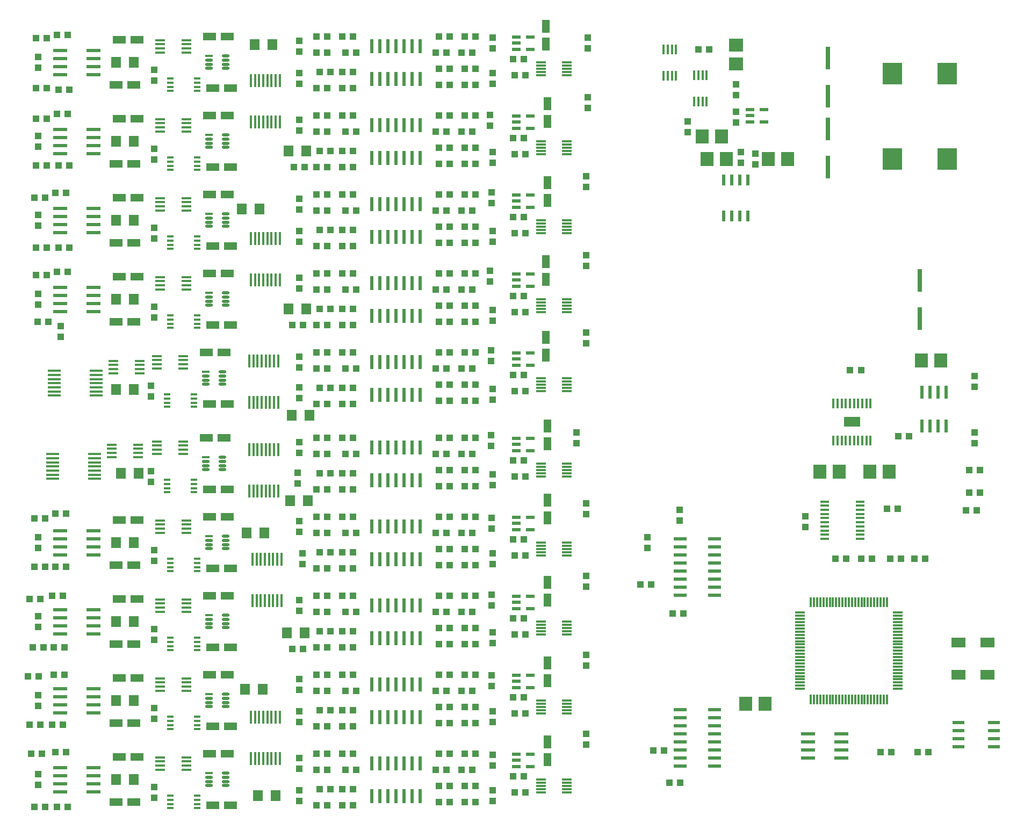
<source format=gtp>
%FSLAX24Y24*%
%MOIN*%
G70*
G01*
G75*
G04 Layer_Color=8421504*
G04 Layer_Color=8421504*
%ADD10C,0.0080*%
%ADD11R,0.0150X0.0600*%
%ADD12R,0.1010X0.0620*%
%ADD13R,0.0787X0.0866*%
%ADD14R,0.0866X0.0787*%
%ADD15R,0.0472X0.0787*%
%ADD16R,0.0787X0.0472*%
%ADD17R,0.0630X0.0709*%
%ADD18R,0.0433X0.0394*%
%ADD19R,0.0236X0.0669*%
%ADD20R,0.0866X0.0236*%
%ADD21R,0.0866X0.0236*%
%ADD22R,0.0394X0.0433*%
%ADD23R,0.0480X0.0169*%
%ADD24R,0.0906X0.0591*%
%ADD25R,0.0236X0.0866*%
%ADD26R,0.0846X0.0157*%
%ADD27R,0.0157X0.0610*%
%ADD28R,0.0157X0.0846*%
%ADD29R,0.0157X0.0846*%
%ADD30R,0.0728X0.0236*%
%ADD31R,0.0610X0.0118*%
%ADD32R,0.0118X0.0610*%
%ADD33R,0.0236X0.0807*%
%ADD34R,0.0571X0.0118*%
%ADD35R,0.0807X0.0236*%
%ADD36R,0.1240X0.1360*%
%ADD37R,0.0315X0.1417*%
%ADD38R,0.0610X0.0157*%
%ADD39O,0.0480X0.0169*%
%ADD40R,0.0630X0.0118*%
%ADD41R,0.0630X0.0118*%
%ADD42R,0.0571X0.0217*%
%ADD43O,0.0409X0.0150*%
%ADD44R,0.0409X0.0150*%
%ADD45C,0.0100*%
%ADD46C,0.0500*%
%ADD47C,0.0120*%
%ADD48C,0.0160*%
%ADD49C,0.0250*%
%ADD50C,0.0591*%
%ADD51C,0.0500*%
%ADD52C,0.1800*%
%ADD53C,0.0866*%
%ADD54C,0.1575*%
%ADD55R,0.0591X0.0591*%
%ADD56C,0.0600*%
%ADD57C,0.0400*%
%ADD58C,0.0250*%
%ADD59C,0.0098*%
%ADD60C,0.0079*%
%ADD61C,0.0070*%
%ADD62C,0.0040*%
D11*
X73746Y53750D02*
D03*
Y56050D02*
D03*
X76050D02*
D03*
Y53750D02*
D03*
X75794Y56050D02*
D03*
Y53750D02*
D03*
X75538Y56050D02*
D03*
X75282D02*
D03*
X75026D02*
D03*
X74770D02*
D03*
X74514D02*
D03*
X74258D02*
D03*
X74002D02*
D03*
X75538Y53750D02*
D03*
X75282D02*
D03*
X75026D02*
D03*
X74770D02*
D03*
X74514D02*
D03*
X74258D02*
D03*
X74002D02*
D03*
D12*
X74900Y54900D02*
D03*
D13*
X67091Y71200D02*
D03*
X65909D02*
D03*
X74091Y51800D02*
D03*
X72909D02*
D03*
X76009D02*
D03*
X77191D02*
D03*
X69491Y37400D02*
D03*
X68309D02*
D03*
X79209Y58700D02*
D03*
X80391D02*
D03*
X66791Y72600D02*
D03*
X65609D02*
D03*
X70891Y71200D02*
D03*
X69709D02*
D03*
D14*
X67700Y77109D02*
D03*
Y78291D02*
D03*
D15*
X56000Y33949D02*
D03*
Y35051D02*
D03*
Y39951D02*
D03*
Y38849D02*
D03*
Y43849D02*
D03*
Y44951D02*
D03*
Y50051D02*
D03*
Y48949D02*
D03*
Y53549D02*
D03*
Y54651D02*
D03*
X55900Y60151D02*
D03*
Y59049D02*
D03*
Y63749D02*
D03*
Y64851D02*
D03*
X56000Y69751D02*
D03*
Y68649D02*
D03*
Y73549D02*
D03*
Y74651D02*
D03*
X55900Y79451D02*
D03*
Y78349D02*
D03*
D16*
X30351Y31300D02*
D03*
X29249D02*
D03*
Y36200D02*
D03*
X30351D02*
D03*
Y41100D02*
D03*
X29249D02*
D03*
Y46000D02*
D03*
X30351D02*
D03*
Y61100D02*
D03*
X29249D02*
D03*
Y66000D02*
D03*
X30351D02*
D03*
Y70900D02*
D03*
X29249D02*
D03*
Y75800D02*
D03*
X30351D02*
D03*
X29449Y34100D02*
D03*
X30551D02*
D03*
Y39000D02*
D03*
X29449D02*
D03*
Y43900D02*
D03*
X30551D02*
D03*
Y48800D02*
D03*
X29449D02*
D03*
Y63900D02*
D03*
X30551D02*
D03*
Y68800D02*
D03*
X29449D02*
D03*
Y73700D02*
D03*
X30551D02*
D03*
Y78600D02*
D03*
X29449D02*
D03*
X36351Y31100D02*
D03*
X35249D02*
D03*
Y36000D02*
D03*
X36351D02*
D03*
Y40900D02*
D03*
X35249D02*
D03*
Y45800D02*
D03*
X36351D02*
D03*
X36151Y50700D02*
D03*
X35049D02*
D03*
Y56000D02*
D03*
X36151D02*
D03*
X36351Y60900D02*
D03*
X35249D02*
D03*
Y65800D02*
D03*
X36351D02*
D03*
Y70700D02*
D03*
X35249D02*
D03*
Y75600D02*
D03*
X36351D02*
D03*
X36151Y34300D02*
D03*
X35049D02*
D03*
Y39200D02*
D03*
X36151D02*
D03*
Y44100D02*
D03*
X35049D02*
D03*
Y49000D02*
D03*
X36151D02*
D03*
X35951Y53900D02*
D03*
X34849D02*
D03*
Y59200D02*
D03*
X35951D02*
D03*
X36151Y64100D02*
D03*
X35049D02*
D03*
Y69000D02*
D03*
X36151D02*
D03*
Y73900D02*
D03*
X35049D02*
D03*
Y78800D02*
D03*
X36151D02*
D03*
D17*
X39151Y31700D02*
D03*
X38049D02*
D03*
X38351Y38300D02*
D03*
X37249D02*
D03*
X40951Y41800D02*
D03*
X39849D02*
D03*
X38451Y48000D02*
D03*
X37349D02*
D03*
X41151Y50000D02*
D03*
X40049D02*
D03*
X41251Y55300D02*
D03*
X40149D02*
D03*
X41051Y61900D02*
D03*
X39949D02*
D03*
X38151Y68100D02*
D03*
X37049D02*
D03*
X41051Y71700D02*
D03*
X39949D02*
D03*
X38951Y78300D02*
D03*
X37849D02*
D03*
X29249Y77200D02*
D03*
X30351D02*
D03*
X29249Y72300D02*
D03*
X30351D02*
D03*
X29249Y67400D02*
D03*
X30351D02*
D03*
X29249Y62500D02*
D03*
X30351D02*
D03*
X29249Y56900D02*
D03*
X30351D02*
D03*
X29549Y51700D02*
D03*
X30651D02*
D03*
X29249Y47400D02*
D03*
X30351D02*
D03*
X29249Y42500D02*
D03*
X30351D02*
D03*
X29249Y37600D02*
D03*
X30351D02*
D03*
X29249Y32700D02*
D03*
X30351D02*
D03*
D18*
X54535Y32900D02*
D03*
X53865D02*
D03*
X54535Y37800D02*
D03*
X53865D02*
D03*
X54535Y42700D02*
D03*
X53865D02*
D03*
X54535Y47600D02*
D03*
X53865D02*
D03*
X54535Y52500D02*
D03*
X53865D02*
D03*
X54535Y57800D02*
D03*
X53865D02*
D03*
X54535Y62700D02*
D03*
X53865D02*
D03*
X54535Y67600D02*
D03*
X53865D02*
D03*
X54535Y72500D02*
D03*
X53865D02*
D03*
X54535Y77400D02*
D03*
X53865D02*
D03*
X25565Y74000D02*
D03*
X26235D02*
D03*
X26035Y40900D02*
D03*
X25365D02*
D03*
X82835Y51900D02*
D03*
X82165D02*
D03*
X82835Y50500D02*
D03*
X82165D02*
D03*
X77335Y34400D02*
D03*
X76665D02*
D03*
X79635D02*
D03*
X78965D02*
D03*
X77935Y46400D02*
D03*
X77265D02*
D03*
X77735Y49500D02*
D03*
X77065D02*
D03*
X78765Y46400D02*
D03*
X79435D02*
D03*
X73865D02*
D03*
X74535D02*
D03*
X75465D02*
D03*
X76135D02*
D03*
X43265Y76600D02*
D03*
X43935D02*
D03*
X43265Y71700D02*
D03*
X43935D02*
D03*
X43265Y66800D02*
D03*
X43935D02*
D03*
X43265Y61900D02*
D03*
X43935D02*
D03*
X43265Y57000D02*
D03*
X43935D02*
D03*
X43265Y51700D02*
D03*
X43935D02*
D03*
X43265Y46800D02*
D03*
X43935D02*
D03*
X43265Y41900D02*
D03*
X43935D02*
D03*
X43265Y37000D02*
D03*
X43935D02*
D03*
X43265Y32100D02*
D03*
X43935D02*
D03*
X41665Y78800D02*
D03*
X42335D02*
D03*
X41665Y73900D02*
D03*
X42335D02*
D03*
X41665Y69000D02*
D03*
X42335D02*
D03*
X41665Y64100D02*
D03*
X42335D02*
D03*
X41665Y59200D02*
D03*
X42335D02*
D03*
X41665Y53900D02*
D03*
X42335D02*
D03*
X41665Y49000D02*
D03*
X42335D02*
D03*
X41665Y44100D02*
D03*
X42335D02*
D03*
X41665Y39200D02*
D03*
X42335D02*
D03*
X41665Y34300D02*
D03*
X42335D02*
D03*
X40935Y70700D02*
D03*
X40265D02*
D03*
X40835Y60900D02*
D03*
X40165D02*
D03*
X40835Y40800D02*
D03*
X40165D02*
D03*
X42535Y76600D02*
D03*
X41865D02*
D03*
X42535Y71700D02*
D03*
X41865D02*
D03*
X42535Y66800D02*
D03*
X41865D02*
D03*
X42535Y61900D02*
D03*
X41865D02*
D03*
X42535Y57000D02*
D03*
X41865D02*
D03*
X42535Y51700D02*
D03*
X41865D02*
D03*
X42535Y46800D02*
D03*
X41865D02*
D03*
X42535Y41900D02*
D03*
X41865D02*
D03*
X42535Y37000D02*
D03*
X41865D02*
D03*
X42535Y32100D02*
D03*
X41865D02*
D03*
X41665Y77800D02*
D03*
X42335D02*
D03*
X41665Y72900D02*
D03*
X42335D02*
D03*
X41665Y68000D02*
D03*
X42335D02*
D03*
X41665Y63100D02*
D03*
X42335D02*
D03*
X41665Y58200D02*
D03*
X42335D02*
D03*
X41665Y52900D02*
D03*
X42335D02*
D03*
X41665Y48000D02*
D03*
X42335D02*
D03*
X41665Y43100D02*
D03*
X42335D02*
D03*
X41665Y38200D02*
D03*
X42335D02*
D03*
X41665Y33300D02*
D03*
X42335D02*
D03*
X44135Y77800D02*
D03*
X43465D02*
D03*
X44135Y72900D02*
D03*
X43465D02*
D03*
X44135Y68000D02*
D03*
X43465D02*
D03*
X44135Y63100D02*
D03*
X43465D02*
D03*
X44135Y58200D02*
D03*
X43465D02*
D03*
X44135Y52900D02*
D03*
X43465D02*
D03*
X44135Y48000D02*
D03*
X43465D02*
D03*
X44135Y43100D02*
D03*
X43465D02*
D03*
X44135Y38200D02*
D03*
X43465D02*
D03*
X44135Y33300D02*
D03*
X43465D02*
D03*
X51535Y78800D02*
D03*
X50865D02*
D03*
X51535Y73900D02*
D03*
X50865D02*
D03*
X51535Y69000D02*
D03*
X50865D02*
D03*
X51535Y64100D02*
D03*
X50865D02*
D03*
X51535Y59200D02*
D03*
X50865D02*
D03*
X51535Y53900D02*
D03*
X50865D02*
D03*
X51535Y49000D02*
D03*
X50865D02*
D03*
X51535Y44100D02*
D03*
X50865D02*
D03*
X51535Y39200D02*
D03*
X50865D02*
D03*
X51535Y34300D02*
D03*
X50865D02*
D03*
X49935Y76800D02*
D03*
X49265D02*
D03*
X49935Y71900D02*
D03*
X49265D02*
D03*
X49935Y67000D02*
D03*
X49265D02*
D03*
X49935Y62100D02*
D03*
X49265D02*
D03*
X49935Y57200D02*
D03*
X49265D02*
D03*
X49935Y51900D02*
D03*
X49265D02*
D03*
X49935Y47000D02*
D03*
X49265D02*
D03*
X49935Y42100D02*
D03*
X49265D02*
D03*
X49935Y37200D02*
D03*
X49265D02*
D03*
X49935Y32300D02*
D03*
X49265D02*
D03*
X49935Y78800D02*
D03*
X49265D02*
D03*
X49935Y73900D02*
D03*
X49265D02*
D03*
X49935Y69000D02*
D03*
X49265D02*
D03*
X49935Y64100D02*
D03*
X49265D02*
D03*
X49935Y59200D02*
D03*
X49265D02*
D03*
X49935Y53900D02*
D03*
X49265D02*
D03*
X49935Y49000D02*
D03*
X49265D02*
D03*
X49935Y44100D02*
D03*
X49265D02*
D03*
X49935Y39200D02*
D03*
X49265D02*
D03*
X49935Y34300D02*
D03*
X49265D02*
D03*
X50665Y77800D02*
D03*
X51335D02*
D03*
X50665Y72900D02*
D03*
X51335D02*
D03*
X50665Y68000D02*
D03*
X51335D02*
D03*
X50665Y63100D02*
D03*
X51335D02*
D03*
X50665Y58200D02*
D03*
X51335D02*
D03*
X50665Y52900D02*
D03*
X51335D02*
D03*
X50665Y48000D02*
D03*
X51335D02*
D03*
X50665Y43100D02*
D03*
X51335D02*
D03*
X50665Y38200D02*
D03*
X51335D02*
D03*
X50665Y33300D02*
D03*
X51335D02*
D03*
X51535Y76800D02*
D03*
X50865D02*
D03*
X51535Y71900D02*
D03*
X50865D02*
D03*
X51535Y67000D02*
D03*
X50865D02*
D03*
X51535Y62100D02*
D03*
X50865D02*
D03*
X51535Y57200D02*
D03*
X50865D02*
D03*
X51535Y51900D02*
D03*
X50865D02*
D03*
X51535Y47000D02*
D03*
X50865D02*
D03*
X51535Y42100D02*
D03*
X50865D02*
D03*
X51535Y37200D02*
D03*
X50865D02*
D03*
X51535Y32300D02*
D03*
X50865D02*
D03*
X51535Y75800D02*
D03*
X50865D02*
D03*
X51535Y70900D02*
D03*
X50865D02*
D03*
X51535Y66000D02*
D03*
X50865D02*
D03*
X51535Y61100D02*
D03*
X50865D02*
D03*
X51535Y56200D02*
D03*
X50865D02*
D03*
X51535Y50900D02*
D03*
X50865D02*
D03*
X51535Y46000D02*
D03*
X50865D02*
D03*
X51535Y41100D02*
D03*
X50865D02*
D03*
X51535Y36200D02*
D03*
X50865D02*
D03*
X51535Y31300D02*
D03*
X50865D02*
D03*
X66035Y78000D02*
D03*
X65365D02*
D03*
X63565Y32500D02*
D03*
X64235D02*
D03*
X64435Y43000D02*
D03*
X63765D02*
D03*
X62435Y44800D02*
D03*
X61765D02*
D03*
X63235Y34500D02*
D03*
X62565D02*
D03*
X53965Y76400D02*
D03*
X54635D02*
D03*
X53965Y71500D02*
D03*
X54635D02*
D03*
X53965Y66600D02*
D03*
X54635D02*
D03*
X53965Y61700D02*
D03*
X54635D02*
D03*
X53965Y56800D02*
D03*
X54635D02*
D03*
X53965Y51500D02*
D03*
X54635D02*
D03*
X53965Y46600D02*
D03*
X54635D02*
D03*
X53965Y41700D02*
D03*
X54635D02*
D03*
X53965Y36800D02*
D03*
X54635D02*
D03*
X53965Y31900D02*
D03*
X54635D02*
D03*
X78435Y54000D02*
D03*
X77765D02*
D03*
X82635Y49400D02*
D03*
X81965D02*
D03*
X43935Y75600D02*
D03*
X43265D02*
D03*
X43935Y70700D02*
D03*
X43265D02*
D03*
X43935Y65800D02*
D03*
X43265D02*
D03*
X43935Y60900D02*
D03*
X43265D02*
D03*
X43935Y56000D02*
D03*
X43265D02*
D03*
X43935Y50700D02*
D03*
X43265D02*
D03*
X43935Y45800D02*
D03*
X43265D02*
D03*
X43935Y40900D02*
D03*
X43265D02*
D03*
X43935Y36000D02*
D03*
X43265D02*
D03*
X43935Y31100D02*
D03*
X43265D02*
D03*
X43935Y78800D02*
D03*
X43265D02*
D03*
X43935Y73900D02*
D03*
X43265D02*
D03*
X43935Y69000D02*
D03*
X43265D02*
D03*
X43935Y64100D02*
D03*
X43265D02*
D03*
X43935Y59200D02*
D03*
X43265D02*
D03*
X43935Y53900D02*
D03*
X43265D02*
D03*
X43935Y49000D02*
D03*
X43265D02*
D03*
X43935Y44100D02*
D03*
X43265D02*
D03*
X43935Y39200D02*
D03*
X43265D02*
D03*
X43935Y34300D02*
D03*
X43265D02*
D03*
X42335Y75600D02*
D03*
X41665D02*
D03*
X42335Y70700D02*
D03*
X41665D02*
D03*
X42335Y65800D02*
D03*
X41665D02*
D03*
X42335Y60900D02*
D03*
X41665D02*
D03*
X42335Y56000D02*
D03*
X41665D02*
D03*
X42335Y50700D02*
D03*
X41665D02*
D03*
X42335Y45800D02*
D03*
X41665D02*
D03*
X42335Y40900D02*
D03*
X41665D02*
D03*
X42335Y36000D02*
D03*
X41665D02*
D03*
X42335Y31100D02*
D03*
X41665D02*
D03*
X49735Y77800D02*
D03*
X49065D02*
D03*
X49735Y72900D02*
D03*
X49065D02*
D03*
X49735Y68000D02*
D03*
X49065D02*
D03*
X49735Y63100D02*
D03*
X49065D02*
D03*
X49735Y58200D02*
D03*
X49065D02*
D03*
X49735Y52900D02*
D03*
X49065D02*
D03*
X49735Y48000D02*
D03*
X49065D02*
D03*
X49735Y43100D02*
D03*
X49065D02*
D03*
X49735Y38200D02*
D03*
X49065D02*
D03*
X49735Y33300D02*
D03*
X49065D02*
D03*
X49265Y75800D02*
D03*
X49935D02*
D03*
X49265Y70900D02*
D03*
X49935D02*
D03*
X49265Y66000D02*
D03*
X49935D02*
D03*
X49265Y61100D02*
D03*
X49935D02*
D03*
X49265Y56200D02*
D03*
X49935D02*
D03*
X49265Y50900D02*
D03*
X49935D02*
D03*
X49265Y46000D02*
D03*
X49935D02*
D03*
X49265Y41100D02*
D03*
X49935D02*
D03*
X49265Y36200D02*
D03*
X49935D02*
D03*
X49265Y31300D02*
D03*
X49935D02*
D03*
X74785Y58100D02*
D03*
X75455D02*
D03*
X24635Y34300D02*
D03*
X23965D02*
D03*
X25465Y34400D02*
D03*
X26135D02*
D03*
X26235Y31000D02*
D03*
X25565D02*
D03*
X24835D02*
D03*
X24165D02*
D03*
X24435Y39100D02*
D03*
X23765D02*
D03*
X25365Y39200D02*
D03*
X26035D02*
D03*
X25935Y36100D02*
D03*
X25265D02*
D03*
X24535D02*
D03*
X23865D02*
D03*
X24535Y43900D02*
D03*
X23865D02*
D03*
X25265Y44100D02*
D03*
X25935D02*
D03*
X24735Y40900D02*
D03*
X24065D02*
D03*
X24835Y48900D02*
D03*
X24165D02*
D03*
X25465Y49200D02*
D03*
X26135D02*
D03*
X26135Y45900D02*
D03*
X25465D02*
D03*
X24835D02*
D03*
X24165D02*
D03*
X24935Y64000D02*
D03*
X24265D02*
D03*
X25565Y64200D02*
D03*
X26235D02*
D03*
X25035Y61100D02*
D03*
X24365D02*
D03*
X24835Y68800D02*
D03*
X24165D02*
D03*
X25465Y69100D02*
D03*
X26135D02*
D03*
X26335Y65700D02*
D03*
X25665D02*
D03*
X24935D02*
D03*
X24265D02*
D03*
X24935Y73700D02*
D03*
X24265D02*
D03*
X26335Y70800D02*
D03*
X25665D02*
D03*
X24935D02*
D03*
X24265D02*
D03*
X24935Y78700D02*
D03*
X24265D02*
D03*
X25565Y78900D02*
D03*
X26235D02*
D03*
X26335Y75500D02*
D03*
X25665D02*
D03*
X24935Y75600D02*
D03*
X24265D02*
D03*
D19*
X66950Y67678D02*
D03*
X67450D02*
D03*
X67950D02*
D03*
X68450D02*
D03*
X66950Y69922D02*
D03*
X67450D02*
D03*
X67950D02*
D03*
X68450D02*
D03*
D20*
X25776Y62750D02*
D03*
Y62250D02*
D03*
Y61750D02*
D03*
X27824Y63250D02*
D03*
Y62750D02*
D03*
Y62250D02*
D03*
Y61750D02*
D03*
X25776Y31950D02*
D03*
Y36850D02*
D03*
Y41750D02*
D03*
Y46650D02*
D03*
Y66650D02*
D03*
Y71550D02*
D03*
Y76450D02*
D03*
X27824D02*
D03*
Y76950D02*
D03*
Y77450D02*
D03*
Y77950D02*
D03*
X25776Y76950D02*
D03*
Y77450D02*
D03*
X27824Y71550D02*
D03*
Y72050D02*
D03*
Y72550D02*
D03*
Y73050D02*
D03*
X25776Y72050D02*
D03*
Y72550D02*
D03*
X27824Y66650D02*
D03*
Y67150D02*
D03*
Y67650D02*
D03*
Y68150D02*
D03*
X25776Y67150D02*
D03*
Y67650D02*
D03*
X27824Y46650D02*
D03*
Y47150D02*
D03*
Y47650D02*
D03*
Y48150D02*
D03*
X25776Y47150D02*
D03*
Y47650D02*
D03*
X27824Y41750D02*
D03*
Y42250D02*
D03*
Y42750D02*
D03*
Y43250D02*
D03*
X25776Y42250D02*
D03*
Y42750D02*
D03*
X27824Y36850D02*
D03*
Y37350D02*
D03*
Y37850D02*
D03*
Y38350D02*
D03*
X25776Y37350D02*
D03*
Y37850D02*
D03*
X27824Y31950D02*
D03*
Y32450D02*
D03*
Y32950D02*
D03*
Y33450D02*
D03*
X25776Y32450D02*
D03*
Y32950D02*
D03*
X74224Y34550D02*
D03*
Y35050D02*
D03*
Y35550D02*
D03*
X72176Y34050D02*
D03*
Y34550D02*
D03*
Y35050D02*
D03*
Y35550D02*
D03*
D21*
X25776Y63250D02*
D03*
Y33450D02*
D03*
Y38350D02*
D03*
Y43250D02*
D03*
Y48150D02*
D03*
Y68150D02*
D03*
Y73050D02*
D03*
Y77950D02*
D03*
X74224Y34050D02*
D03*
D22*
X82500Y57735D02*
D03*
Y57065D02*
D03*
Y54235D02*
D03*
Y53565D02*
D03*
X72000Y49035D02*
D03*
Y48365D02*
D03*
X31600Y76735D02*
D03*
Y76065D02*
D03*
Y71835D02*
D03*
Y71165D02*
D03*
Y66935D02*
D03*
Y66265D02*
D03*
Y62035D02*
D03*
Y61365D02*
D03*
X31400Y57135D02*
D03*
Y56465D02*
D03*
Y51835D02*
D03*
Y51165D02*
D03*
X31600Y46935D02*
D03*
Y46265D02*
D03*
Y42035D02*
D03*
Y41365D02*
D03*
Y37135D02*
D03*
Y36465D02*
D03*
Y32235D02*
D03*
Y31565D02*
D03*
X40600Y75865D02*
D03*
Y76535D02*
D03*
Y66065D02*
D03*
Y66735D02*
D03*
Y57035D02*
D03*
Y56365D02*
D03*
X40500Y51735D02*
D03*
Y51065D02*
D03*
X40800Y46065D02*
D03*
Y46735D02*
D03*
X40600Y36265D02*
D03*
Y36935D02*
D03*
Y31365D02*
D03*
Y32035D02*
D03*
X24400Y76865D02*
D03*
Y77535D02*
D03*
Y71965D02*
D03*
Y72635D02*
D03*
Y67065D02*
D03*
Y67735D02*
D03*
Y62165D02*
D03*
Y62835D02*
D03*
Y47065D02*
D03*
Y47735D02*
D03*
Y42165D02*
D03*
Y42835D02*
D03*
Y37265D02*
D03*
Y37935D02*
D03*
Y32365D02*
D03*
Y33035D02*
D03*
X67700Y74135D02*
D03*
Y73465D02*
D03*
Y75835D02*
D03*
Y75165D02*
D03*
X64200Y49435D02*
D03*
Y48765D02*
D03*
X62200Y47065D02*
D03*
Y47735D02*
D03*
X40600Y78535D02*
D03*
Y77865D02*
D03*
Y73635D02*
D03*
Y72965D02*
D03*
Y68735D02*
D03*
Y68065D02*
D03*
Y63835D02*
D03*
Y63165D02*
D03*
Y58935D02*
D03*
Y58265D02*
D03*
Y53635D02*
D03*
Y52965D02*
D03*
Y48735D02*
D03*
Y48065D02*
D03*
Y43835D02*
D03*
Y43165D02*
D03*
Y38935D02*
D03*
Y38265D02*
D03*
Y34035D02*
D03*
Y33365D02*
D03*
X52600Y78065D02*
D03*
Y78735D02*
D03*
X52450Y73265D02*
D03*
Y73935D02*
D03*
X52550Y68465D02*
D03*
Y69135D02*
D03*
X52450Y63615D02*
D03*
Y64285D02*
D03*
X52500Y58665D02*
D03*
Y59335D02*
D03*
Y53415D02*
D03*
Y54085D02*
D03*
X52550Y48265D02*
D03*
Y48935D02*
D03*
Y43515D02*
D03*
Y44185D02*
D03*
Y38515D02*
D03*
Y39185D02*
D03*
X52600Y33565D02*
D03*
Y34235D02*
D03*
Y75865D02*
D03*
Y76535D02*
D03*
Y70965D02*
D03*
Y71635D02*
D03*
Y66065D02*
D03*
Y66735D02*
D03*
Y61165D02*
D03*
Y61835D02*
D03*
Y56265D02*
D03*
Y56935D02*
D03*
Y50965D02*
D03*
Y51635D02*
D03*
Y46065D02*
D03*
Y46735D02*
D03*
Y41165D02*
D03*
Y41835D02*
D03*
Y36265D02*
D03*
Y36935D02*
D03*
Y31365D02*
D03*
Y32035D02*
D03*
X64700Y72865D02*
D03*
X25800Y60165D02*
D03*
Y60835D02*
D03*
X58400Y35535D02*
D03*
Y34865D02*
D03*
Y40435D02*
D03*
Y39765D02*
D03*
Y45335D02*
D03*
Y44665D02*
D03*
Y49835D02*
D03*
Y49165D02*
D03*
Y60435D02*
D03*
Y59765D02*
D03*
Y65235D02*
D03*
Y64565D02*
D03*
X58500Y75035D02*
D03*
Y74365D02*
D03*
X57800Y54235D02*
D03*
Y53565D02*
D03*
X58500Y78735D02*
D03*
Y78065D02*
D03*
X58400Y69465D02*
D03*
Y70135D02*
D03*
X68900Y70865D02*
D03*
Y71535D02*
D03*
X68000Y71635D02*
D03*
Y70965D02*
D03*
X64700Y73535D02*
D03*
D23*
X35000Y33100D02*
D03*
Y38000D02*
D03*
Y42900D02*
D03*
Y47800D02*
D03*
X34800Y52700D02*
D03*
Y58000D02*
D03*
X35000Y62900D02*
D03*
Y67800D02*
D03*
Y72700D02*
D03*
Y77600D02*
D03*
D24*
X83311Y39200D02*
D03*
Y41200D02*
D03*
X81500Y39200D02*
D03*
Y41200D02*
D03*
D25*
X48100Y68424D02*
D03*
X47600D02*
D03*
X47100D02*
D03*
X46600D02*
D03*
X46100D02*
D03*
X45600D02*
D03*
X45100D02*
D03*
X48100Y66376D02*
D03*
X47600D02*
D03*
X47100D02*
D03*
X46600D02*
D03*
X46100D02*
D03*
X45600D02*
D03*
X45100D02*
D03*
X48100Y78224D02*
D03*
X47600D02*
D03*
X47100D02*
D03*
X46600D02*
D03*
X46100D02*
D03*
X45600D02*
D03*
X45100D02*
D03*
X48100Y76176D02*
D03*
X47600D02*
D03*
X47100D02*
D03*
X46600D02*
D03*
X46100D02*
D03*
X45600D02*
D03*
X45100D02*
D03*
Y71276D02*
D03*
X45600D02*
D03*
X46100D02*
D03*
X46600D02*
D03*
X47100D02*
D03*
X47600D02*
D03*
X48100D02*
D03*
X45100Y73324D02*
D03*
X45600D02*
D03*
X46100D02*
D03*
X46600D02*
D03*
X47100D02*
D03*
X47600D02*
D03*
X48100D02*
D03*
X45100Y61476D02*
D03*
X45600D02*
D03*
X46100D02*
D03*
X46600D02*
D03*
X47100D02*
D03*
X47600D02*
D03*
X48100D02*
D03*
X45100Y63524D02*
D03*
X45600D02*
D03*
X46100D02*
D03*
X46600D02*
D03*
X47100D02*
D03*
X47600D02*
D03*
X48100D02*
D03*
X45100Y51276D02*
D03*
X45600D02*
D03*
X46100D02*
D03*
X46600D02*
D03*
X47100D02*
D03*
X47600D02*
D03*
X48100D02*
D03*
X45100Y53324D02*
D03*
X45600D02*
D03*
X46100D02*
D03*
X46600D02*
D03*
X47100D02*
D03*
X47600D02*
D03*
X48100D02*
D03*
X45100Y46376D02*
D03*
X45600D02*
D03*
X46100D02*
D03*
X46600D02*
D03*
X47100D02*
D03*
X47600D02*
D03*
X48100D02*
D03*
X45100Y48424D02*
D03*
X45600D02*
D03*
X46100D02*
D03*
X46600D02*
D03*
X47100D02*
D03*
X47600D02*
D03*
X48100D02*
D03*
X45100Y41476D02*
D03*
X45600D02*
D03*
X46100D02*
D03*
X46600D02*
D03*
X47100D02*
D03*
X47600D02*
D03*
X48100D02*
D03*
X45100Y43524D02*
D03*
X45600D02*
D03*
X46100D02*
D03*
X46600D02*
D03*
X47100D02*
D03*
X47600D02*
D03*
X48100D02*
D03*
X45100Y36576D02*
D03*
X45600D02*
D03*
X46100D02*
D03*
X46600D02*
D03*
X47100D02*
D03*
X47600D02*
D03*
X48100D02*
D03*
X45100Y38624D02*
D03*
X45600D02*
D03*
X46100D02*
D03*
X46600D02*
D03*
X47100D02*
D03*
X47600D02*
D03*
X48100D02*
D03*
X45100Y31676D02*
D03*
X45600D02*
D03*
X46100D02*
D03*
X46600D02*
D03*
X47100D02*
D03*
X47600D02*
D03*
X48100D02*
D03*
X45100Y33724D02*
D03*
X45600D02*
D03*
X46100D02*
D03*
X46600D02*
D03*
X47100D02*
D03*
X47600D02*
D03*
X48100D02*
D03*
Y58624D02*
D03*
X47600D02*
D03*
X47100D02*
D03*
X46600D02*
D03*
X46100D02*
D03*
X45600D02*
D03*
X45100D02*
D03*
X48100Y56576D02*
D03*
X47600D02*
D03*
X47100D02*
D03*
X46600D02*
D03*
X46100D02*
D03*
X45600D02*
D03*
X45100D02*
D03*
D26*
X27889Y51362D02*
D03*
Y51618D02*
D03*
Y51874D02*
D03*
Y52130D02*
D03*
Y52386D02*
D03*
Y52898D02*
D03*
X25311Y51362D02*
D03*
Y51618D02*
D03*
Y51874D02*
D03*
Y52130D02*
D03*
Y52386D02*
D03*
Y52642D02*
D03*
Y52898D02*
D03*
X25411Y58068D02*
D03*
Y57812D02*
D03*
X27989Y58068D02*
D03*
X25411Y56788D02*
D03*
X27989D02*
D03*
X25411Y57044D02*
D03*
X27989D02*
D03*
Y57300D02*
D03*
Y57556D02*
D03*
X25411Y57300D02*
D03*
Y57556D02*
D03*
X27989Y56532D02*
D03*
X25411D02*
D03*
X27989Y57812D02*
D03*
X27889Y52642D02*
D03*
D27*
X65884Y76417D02*
D03*
X65628D02*
D03*
X65372D02*
D03*
X65116D02*
D03*
X65884Y74783D02*
D03*
X65628D02*
D03*
X65372D02*
D03*
X65116D02*
D03*
X63984Y78017D02*
D03*
X63728D02*
D03*
X63472D02*
D03*
X63216D02*
D03*
X63984Y76383D02*
D03*
X63472D02*
D03*
X63216D02*
D03*
X63728D02*
D03*
D28*
X39140Y34011D02*
D03*
X38884D02*
D03*
X38628D02*
D03*
X38372D02*
D03*
X39140Y63711D02*
D03*
X38884D02*
D03*
X38628D02*
D03*
X38372D02*
D03*
X39396Y76089D02*
D03*
X39140D02*
D03*
X38884D02*
D03*
X38628D02*
D03*
X38372D02*
D03*
X38116D02*
D03*
X37860D02*
D03*
X37604D02*
D03*
X39396Y73511D02*
D03*
X39140D02*
D03*
X38884D02*
D03*
X38628D02*
D03*
X38372D02*
D03*
X38116D02*
D03*
X37860D02*
D03*
X39296Y53189D02*
D03*
X39040D02*
D03*
X38784D02*
D03*
X38528D02*
D03*
X38272D02*
D03*
X38016D02*
D03*
X37760D02*
D03*
X37504D02*
D03*
X39296Y50611D02*
D03*
X39040D02*
D03*
X38784D02*
D03*
X38528D02*
D03*
X38272D02*
D03*
X38016D02*
D03*
X37760D02*
D03*
X37860Y63711D02*
D03*
X38116D02*
D03*
X39396D02*
D03*
X37604Y66289D02*
D03*
X37860D02*
D03*
X38116D02*
D03*
X38372D02*
D03*
X38628D02*
D03*
X38884D02*
D03*
X39140D02*
D03*
X39396D02*
D03*
X37860Y34011D02*
D03*
X38116D02*
D03*
X39396D02*
D03*
X37604Y36589D02*
D03*
X37860D02*
D03*
X38116D02*
D03*
X38372D02*
D03*
X38628D02*
D03*
X38884D02*
D03*
X39140D02*
D03*
X39396D02*
D03*
X37960Y43811D02*
D03*
X38216D02*
D03*
X38472D02*
D03*
X38728D02*
D03*
X38984D02*
D03*
X39240D02*
D03*
X39496D02*
D03*
X37704Y46389D02*
D03*
X37960D02*
D03*
X38216D02*
D03*
X38472D02*
D03*
X38728D02*
D03*
X38984D02*
D03*
X39240D02*
D03*
X39496D02*
D03*
X39296Y58689D02*
D03*
X39040D02*
D03*
X38784D02*
D03*
X38528D02*
D03*
X38272D02*
D03*
X38016D02*
D03*
X37760D02*
D03*
X37504D02*
D03*
X39296Y56111D02*
D03*
X39040D02*
D03*
X38784D02*
D03*
X38528D02*
D03*
X38272D02*
D03*
X38016D02*
D03*
X37760D02*
D03*
D29*
X37604Y73511D02*
D03*
X37504Y50611D02*
D03*
X37604Y63711D02*
D03*
Y34011D02*
D03*
X37704Y43811D02*
D03*
X37504Y56111D02*
D03*
D30*
X83693Y34750D02*
D03*
Y35250D02*
D03*
Y35750D02*
D03*
Y36250D02*
D03*
X81507Y34750D02*
D03*
Y35250D02*
D03*
Y35750D02*
D03*
X81507Y36250D02*
D03*
D31*
X71678Y43062D02*
D03*
Y42865D02*
D03*
Y42668D02*
D03*
Y42472D02*
D03*
Y42275D02*
D03*
Y42078D02*
D03*
Y41881D02*
D03*
Y41684D02*
D03*
Y41487D02*
D03*
Y41291D02*
D03*
Y41094D02*
D03*
Y40897D02*
D03*
Y40700D02*
D03*
Y40503D02*
D03*
Y40306D02*
D03*
Y40109D02*
D03*
Y39913D02*
D03*
Y39716D02*
D03*
Y39519D02*
D03*
Y39322D02*
D03*
Y39125D02*
D03*
Y38928D02*
D03*
Y38732D02*
D03*
Y38535D02*
D03*
Y38338D02*
D03*
X77722Y43062D02*
D03*
Y42865D02*
D03*
Y42472D02*
D03*
Y42275D02*
D03*
Y42078D02*
D03*
Y41881D02*
D03*
Y41684D02*
D03*
Y41291D02*
D03*
Y41094D02*
D03*
Y40897D02*
D03*
Y40700D02*
D03*
Y40503D02*
D03*
Y40306D02*
D03*
Y40109D02*
D03*
Y39913D02*
D03*
Y39716D02*
D03*
Y39519D02*
D03*
Y39322D02*
D03*
Y39125D02*
D03*
Y38928D02*
D03*
Y38732D02*
D03*
Y38535D02*
D03*
Y38338D02*
D03*
Y42668D02*
D03*
Y41487D02*
D03*
D32*
X77062Y43722D02*
D03*
X76865D02*
D03*
X76669D02*
D03*
X76472D02*
D03*
X76275D02*
D03*
X76078D02*
D03*
X75881D02*
D03*
X75684D02*
D03*
X75487D02*
D03*
X75291D02*
D03*
X75094D02*
D03*
X74897D02*
D03*
X74700D02*
D03*
X74503D02*
D03*
X74306D02*
D03*
X74109D02*
D03*
X73913D02*
D03*
X73716D02*
D03*
X73519D02*
D03*
X73322D02*
D03*
X73125D02*
D03*
X72928D02*
D03*
X72731D02*
D03*
X72535D02*
D03*
X72338D02*
D03*
X77062Y37678D02*
D03*
X76865D02*
D03*
X76669D02*
D03*
X76472D02*
D03*
X76275D02*
D03*
X76078D02*
D03*
X75881D02*
D03*
X75684D02*
D03*
X75487D02*
D03*
X75291D02*
D03*
X75094D02*
D03*
X74897D02*
D03*
X74700D02*
D03*
X74503D02*
D03*
X74306D02*
D03*
X74109D02*
D03*
X73913D02*
D03*
X73716D02*
D03*
X73519D02*
D03*
X73322D02*
D03*
X73125D02*
D03*
X72928D02*
D03*
X72731D02*
D03*
X72535D02*
D03*
X72338D02*
D03*
D33*
X79250Y54647D02*
D03*
X79750D02*
D03*
X80250D02*
D03*
X80750D02*
D03*
X79250Y56753D02*
D03*
X79750D02*
D03*
X80250D02*
D03*
X80750D02*
D03*
D34*
X75412Y47904D02*
D03*
Y48160D02*
D03*
Y48416D02*
D03*
Y48672D02*
D03*
Y48928D02*
D03*
Y49184D02*
D03*
Y49440D02*
D03*
Y49696D02*
D03*
Y49952D02*
D03*
X73188Y47648D02*
D03*
X73188Y47904D02*
D03*
Y48160D02*
D03*
Y48416D02*
D03*
Y48672D02*
D03*
Y48928D02*
D03*
Y49184D02*
D03*
Y49440D02*
D03*
Y49696D02*
D03*
Y49952D02*
D03*
X75412Y47648D02*
D03*
D35*
X66353Y33550D02*
D03*
Y34050D02*
D03*
Y34550D02*
D03*
Y35050D02*
D03*
Y35550D02*
D03*
Y36050D02*
D03*
Y36550D02*
D03*
Y37050D02*
D03*
X64247Y34050D02*
D03*
Y35050D02*
D03*
Y35550D02*
D03*
Y36050D02*
D03*
Y36550D02*
D03*
Y37050D02*
D03*
Y47150D02*
D03*
Y44650D02*
D03*
Y44150D02*
D03*
X66353Y47650D02*
D03*
Y47150D02*
D03*
Y45650D02*
D03*
Y45150D02*
D03*
Y44650D02*
D03*
Y44150D02*
D03*
X64247Y47650D02*
D03*
Y33550D02*
D03*
Y45650D02*
D03*
Y45150D02*
D03*
Y34550D02*
D03*
X66353Y46150D02*
D03*
Y46650D02*
D03*
X64247D02*
D03*
Y46150D02*
D03*
D36*
X80790Y76500D02*
D03*
X77410D02*
D03*
X80790Y71200D02*
D03*
X77410D02*
D03*
D37*
X73400Y77481D02*
D03*
Y75119D02*
D03*
Y73081D02*
D03*
Y70719D02*
D03*
X79100Y61319D02*
D03*
Y63681D02*
D03*
D38*
X33617Y77816D02*
D03*
Y78072D02*
D03*
Y78328D02*
D03*
Y78584D02*
D03*
X31983Y77816D02*
D03*
Y78072D02*
D03*
Y78328D02*
D03*
Y78584D02*
D03*
X33617Y72916D02*
D03*
Y73172D02*
D03*
Y73428D02*
D03*
Y73684D02*
D03*
X31983Y72916D02*
D03*
Y73172D02*
D03*
Y73428D02*
D03*
Y73684D02*
D03*
X33617Y68016D02*
D03*
Y68272D02*
D03*
Y68528D02*
D03*
Y68784D02*
D03*
X31983Y68016D02*
D03*
Y68272D02*
D03*
Y68528D02*
D03*
Y68784D02*
D03*
X33617Y63116D02*
D03*
Y63372D02*
D03*
Y63628D02*
D03*
Y63884D02*
D03*
X31983Y63116D02*
D03*
Y63372D02*
D03*
Y63628D02*
D03*
Y63884D02*
D03*
X33417Y58216D02*
D03*
Y58472D02*
D03*
Y58728D02*
D03*
Y58984D02*
D03*
X31783Y58216D02*
D03*
Y58472D02*
D03*
Y58728D02*
D03*
Y58984D02*
D03*
X33417Y52916D02*
D03*
Y53172D02*
D03*
Y53428D02*
D03*
Y53684D02*
D03*
X31783Y52916D02*
D03*
Y53172D02*
D03*
Y53428D02*
D03*
Y53684D02*
D03*
X33617Y48016D02*
D03*
Y48272D02*
D03*
Y48528D02*
D03*
Y48784D02*
D03*
X31983Y48016D02*
D03*
Y48272D02*
D03*
Y48528D02*
D03*
Y48784D02*
D03*
X33617Y43116D02*
D03*
Y43372D02*
D03*
Y43628D02*
D03*
Y43884D02*
D03*
X31983Y43116D02*
D03*
Y43372D02*
D03*
Y43628D02*
D03*
Y43884D02*
D03*
X33617Y38216D02*
D03*
Y38472D02*
D03*
Y38728D02*
D03*
Y38984D02*
D03*
X31983Y38216D02*
D03*
Y38472D02*
D03*
Y38728D02*
D03*
Y38984D02*
D03*
X33617Y33316D02*
D03*
Y33572D02*
D03*
Y33828D02*
D03*
Y34084D02*
D03*
X31983Y33316D02*
D03*
Y33572D02*
D03*
Y33828D02*
D03*
Y34084D02*
D03*
X30617Y52716D02*
D03*
Y52972D02*
D03*
Y53228D02*
D03*
Y53484D02*
D03*
X28983Y52716D02*
D03*
Y52972D02*
D03*
Y53228D02*
D03*
Y53484D02*
D03*
X30717Y57916D02*
D03*
Y58172D02*
D03*
Y58428D02*
D03*
Y58684D02*
D03*
X29083Y57916D02*
D03*
Y58172D02*
D03*
Y58428D02*
D03*
Y58684D02*
D03*
D39*
X36031Y76832D02*
D03*
Y77088D02*
D03*
Y77344D02*
D03*
Y77600D02*
D03*
X35000Y76832D02*
D03*
Y77088D02*
D03*
Y77344D02*
D03*
X36031Y71932D02*
D03*
Y72188D02*
D03*
Y72444D02*
D03*
Y72700D02*
D03*
X35000Y71932D02*
D03*
Y72188D02*
D03*
Y72444D02*
D03*
X36031Y67032D02*
D03*
Y67288D02*
D03*
Y67544D02*
D03*
Y67800D02*
D03*
X35000Y67032D02*
D03*
Y67288D02*
D03*
Y67544D02*
D03*
X36031Y62132D02*
D03*
Y62388D02*
D03*
Y62644D02*
D03*
Y62900D02*
D03*
X35000Y62132D02*
D03*
Y62388D02*
D03*
Y62644D02*
D03*
X35831Y57232D02*
D03*
Y57488D02*
D03*
Y57744D02*
D03*
Y58000D02*
D03*
X34800Y57232D02*
D03*
Y57488D02*
D03*
Y57744D02*
D03*
X35831Y51932D02*
D03*
Y52188D02*
D03*
Y52444D02*
D03*
Y52700D02*
D03*
X34800Y51932D02*
D03*
Y52188D02*
D03*
Y52444D02*
D03*
X36031Y47032D02*
D03*
Y47288D02*
D03*
Y47544D02*
D03*
Y47800D02*
D03*
X35000Y47032D02*
D03*
Y47288D02*
D03*
Y47544D02*
D03*
X36031Y42132D02*
D03*
Y42388D02*
D03*
Y42644D02*
D03*
Y42900D02*
D03*
X35000Y42132D02*
D03*
Y42388D02*
D03*
Y42644D02*
D03*
X36031Y37232D02*
D03*
Y37488D02*
D03*
Y37744D02*
D03*
Y38000D02*
D03*
X35000Y37232D02*
D03*
Y37488D02*
D03*
Y37744D02*
D03*
X36031Y32332D02*
D03*
Y32588D02*
D03*
Y32844D02*
D03*
Y33100D02*
D03*
X35000Y32332D02*
D03*
Y32588D02*
D03*
Y32844D02*
D03*
D40*
X55593Y77194D02*
D03*
X55593Y76997D02*
D03*
X55593Y76800D02*
D03*
Y76603D02*
D03*
Y76406D02*
D03*
X57207Y76997D02*
D03*
Y76800D02*
D03*
Y76603D02*
D03*
Y76406D02*
D03*
X55593Y72294D02*
D03*
X55593Y72097D02*
D03*
X55593Y71900D02*
D03*
Y71703D02*
D03*
Y71506D02*
D03*
X57207Y72097D02*
D03*
Y71900D02*
D03*
Y71703D02*
D03*
Y71506D02*
D03*
X55593Y67394D02*
D03*
X55593Y67197D02*
D03*
X55593Y67000D02*
D03*
Y66803D02*
D03*
Y66606D02*
D03*
X57207Y67197D02*
D03*
Y67000D02*
D03*
Y66803D02*
D03*
Y66606D02*
D03*
X55593Y62494D02*
D03*
X55593Y62297D02*
D03*
X55593Y62100D02*
D03*
Y61903D02*
D03*
Y61706D02*
D03*
X57207Y62297D02*
D03*
Y62100D02*
D03*
Y61903D02*
D03*
Y61706D02*
D03*
X55593Y52294D02*
D03*
X55593Y52097D02*
D03*
X55593Y51900D02*
D03*
Y51703D02*
D03*
Y51506D02*
D03*
X57207Y52097D02*
D03*
Y51900D02*
D03*
Y51703D02*
D03*
Y51506D02*
D03*
X55593Y47394D02*
D03*
X55593Y47197D02*
D03*
X55593Y47000D02*
D03*
Y46803D02*
D03*
Y46606D02*
D03*
X57207Y47197D02*
D03*
Y47000D02*
D03*
Y46803D02*
D03*
Y46606D02*
D03*
X55593Y42494D02*
D03*
X55593Y42297D02*
D03*
X55593Y42100D02*
D03*
Y41903D02*
D03*
Y41706D02*
D03*
X57207Y42297D02*
D03*
Y42100D02*
D03*
Y41903D02*
D03*
Y41706D02*
D03*
X55593Y37594D02*
D03*
X55593Y37397D02*
D03*
X55593Y37200D02*
D03*
Y37003D02*
D03*
Y36806D02*
D03*
X57207Y37397D02*
D03*
Y37200D02*
D03*
Y37003D02*
D03*
Y36806D02*
D03*
X55593Y32694D02*
D03*
X55593Y32497D02*
D03*
X55593Y32300D02*
D03*
Y32103D02*
D03*
Y31906D02*
D03*
X57207Y32497D02*
D03*
Y32300D02*
D03*
Y32103D02*
D03*
Y31906D02*
D03*
X55593Y57594D02*
D03*
X55593Y57397D02*
D03*
X55593Y57200D02*
D03*
Y57003D02*
D03*
Y56806D02*
D03*
X57207Y57397D02*
D03*
Y57200D02*
D03*
Y57003D02*
D03*
Y56806D02*
D03*
D41*
X57207Y77194D02*
D03*
Y72294D02*
D03*
Y67394D02*
D03*
Y62494D02*
D03*
Y52294D02*
D03*
Y47394D02*
D03*
Y42494D02*
D03*
Y37594D02*
D03*
Y32694D02*
D03*
Y57594D02*
D03*
D42*
X54077Y78774D02*
D03*
Y78400D02*
D03*
Y78026D02*
D03*
X54923D02*
D03*
Y78774D02*
D03*
X54077Y73874D02*
D03*
Y73500D02*
D03*
Y73126D02*
D03*
X54923D02*
D03*
Y73874D02*
D03*
X54077Y68974D02*
D03*
Y68600D02*
D03*
Y68226D02*
D03*
X54923D02*
D03*
Y68974D02*
D03*
X54077Y64074D02*
D03*
Y63700D02*
D03*
Y63326D02*
D03*
X54923D02*
D03*
Y64074D02*
D03*
X54077Y59174D02*
D03*
Y58800D02*
D03*
Y58426D02*
D03*
X54923D02*
D03*
Y59174D02*
D03*
X54077Y53874D02*
D03*
Y53500D02*
D03*
Y53126D02*
D03*
X54923D02*
D03*
Y53874D02*
D03*
X54077Y48974D02*
D03*
Y48600D02*
D03*
Y48226D02*
D03*
X54923D02*
D03*
Y48974D02*
D03*
X54077Y44074D02*
D03*
Y43700D02*
D03*
Y43326D02*
D03*
X54923D02*
D03*
Y44074D02*
D03*
X54077Y39174D02*
D03*
Y38800D02*
D03*
Y38426D02*
D03*
X54923D02*
D03*
Y39174D02*
D03*
X54077Y34274D02*
D03*
Y33900D02*
D03*
Y33526D02*
D03*
X54923D02*
D03*
Y34274D02*
D03*
X68577Y74274D02*
D03*
Y73900D02*
D03*
Y73526D02*
D03*
X69423D02*
D03*
Y74274D02*
D03*
D43*
X34269Y30932D02*
D03*
Y31188D02*
D03*
Y31444D02*
D03*
Y31700D02*
D03*
X32600Y30932D02*
D03*
Y31188D02*
D03*
Y31444D02*
D03*
Y36344D02*
D03*
Y36088D02*
D03*
Y35832D02*
D03*
X34269Y36600D02*
D03*
Y36344D02*
D03*
Y36088D02*
D03*
Y35832D02*
D03*
Y40732D02*
D03*
Y40988D02*
D03*
Y41244D02*
D03*
Y41500D02*
D03*
X32600Y40732D02*
D03*
Y40988D02*
D03*
Y41244D02*
D03*
Y46144D02*
D03*
Y45888D02*
D03*
Y45632D02*
D03*
X34269Y46400D02*
D03*
Y46144D02*
D03*
Y45888D02*
D03*
Y45632D02*
D03*
X34069Y50532D02*
D03*
Y50788D02*
D03*
Y51044D02*
D03*
Y51300D02*
D03*
X32400Y50532D02*
D03*
Y50788D02*
D03*
Y51044D02*
D03*
Y56344D02*
D03*
Y56088D02*
D03*
Y55832D02*
D03*
X34069Y56600D02*
D03*
Y56344D02*
D03*
Y56088D02*
D03*
Y55832D02*
D03*
X34269Y60732D02*
D03*
Y60988D02*
D03*
Y61244D02*
D03*
Y61500D02*
D03*
X32600Y60732D02*
D03*
Y60988D02*
D03*
Y61244D02*
D03*
Y66144D02*
D03*
Y65888D02*
D03*
Y65632D02*
D03*
X34269Y66400D02*
D03*
Y66144D02*
D03*
Y65888D02*
D03*
Y65632D02*
D03*
Y70532D02*
D03*
Y70788D02*
D03*
Y71044D02*
D03*
Y71300D02*
D03*
X32600Y70532D02*
D03*
Y70788D02*
D03*
Y71044D02*
D03*
Y75944D02*
D03*
Y75688D02*
D03*
Y75432D02*
D03*
X34269Y76200D02*
D03*
Y75944D02*
D03*
Y75688D02*
D03*
Y75432D02*
D03*
D44*
X32600Y31700D02*
D03*
Y36600D02*
D03*
Y41500D02*
D03*
Y46400D02*
D03*
X32400Y51300D02*
D03*
Y56600D02*
D03*
X32600Y61500D02*
D03*
Y66400D02*
D03*
Y71300D02*
D03*
Y76200D02*
D03*
M02*

</source>
